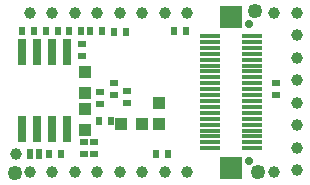
<source format=gbr>
%TF.GenerationSoftware,KiCad,Pcbnew,5.1.0-rc2-unknown-036be7d~80~ubuntu16.04.1*%
%TF.CreationDate,2022-06-01T13:33:31+03:00*%
%TF.ProjectId,Flash-e_Rev_C,466c6173-682d-4655-9f52-65765f432e6b,A*%
%TF.SameCoordinates,Original*%
%TF.FileFunction,Soldermask,Bot*%
%TF.FilePolarity,Negative*%
%FSLAX46Y46*%
G04 Gerber Fmt 4.6, Leading zero omitted, Abs format (unit mm)*
G04 Created by KiCad (PCBNEW 5.1.0-rc2-unknown-036be7d~80~ubuntu16.04.1) date 2022-06-01 13:33:31*
%MOMM*%
%LPD*%
G04 APERTURE LIST*
%ADD10R,1.701600X0.351600*%
%ADD11C,0.701600*%
%ADD12R,1.901600X1.901600*%
%ADD13R,0.701600X2.301600*%
%ADD14C,1.001600*%
%ADD15R,0.609600X0.863600*%
%ADD16R,0.601600X0.651600*%
%ADD17R,0.651600X0.601600*%
%ADD18C,1.254000*%
%ADD19R,1.117600X1.117600*%
G04 APERTURE END LIST*
D10*
%TO.C,Flash_CON1*%
X149330000Y-86690000D03*
X149330000Y-89190000D03*
X149330000Y-89690000D03*
X149330000Y-90190000D03*
X149330000Y-90690000D03*
X149330000Y-93190000D03*
X149330000Y-93690000D03*
X149330000Y-94190000D03*
X149330000Y-94690000D03*
X149330000Y-95190000D03*
X149330000Y-95690000D03*
X149330000Y-96190000D03*
X152930000Y-92190000D03*
X152930000Y-96190000D03*
X152930000Y-91190000D03*
X152930000Y-88690000D03*
X152930000Y-90690000D03*
X152930000Y-89690000D03*
X152930000Y-94190000D03*
D11*
X152630000Y-85640000D03*
D12*
X151130000Y-85040000D03*
D11*
X152630000Y-97240000D03*
D10*
X152930000Y-95190000D03*
X152930000Y-95690000D03*
X152930000Y-91690000D03*
X149330000Y-87190000D03*
X149330000Y-87690000D03*
X149330000Y-88190000D03*
X149330000Y-88690000D03*
X149330000Y-91190000D03*
X149330000Y-91690000D03*
X149330000Y-92190000D03*
X149330000Y-92690000D03*
X152930000Y-89190000D03*
X152930000Y-92690000D03*
X152930000Y-93690000D03*
X152930000Y-93190000D03*
X152930000Y-88190000D03*
X152930000Y-90190000D03*
X152930000Y-87690000D03*
X152930000Y-86690000D03*
D12*
X151130000Y-97840000D03*
D10*
X152930000Y-94690000D03*
X152930000Y-87190000D03*
%TD*%
D13*
%TO.C,U3*%
X137287000Y-88078000D03*
X136017000Y-88078000D03*
X134747000Y-88078000D03*
X133477000Y-88078000D03*
X133477000Y-94548000D03*
X134747000Y-94548000D03*
X136017000Y-94548000D03*
X137287000Y-94548000D03*
%TD*%
D14*
%TO.C,TESTPAD7*%
X156718000Y-88519000D03*
%TD*%
D15*
%TO.C,SPI_WP1*%
X134874000Y-96647000D03*
X134112000Y-96647000D03*
%TD*%
D16*
%TO.C,R4*%
X145796000Y-96647000D03*
X144780000Y-96647000D03*
%TD*%
%TO.C,R7*%
X134493000Y-86233000D03*
X133477000Y-86233000D03*
%TD*%
D17*
%TO.C,R8*%
X139573000Y-96647000D03*
X139573000Y-95631000D03*
%TD*%
%TO.C,R5*%
X142341600Y-91363800D03*
X142341600Y-92379800D03*
%TD*%
%TO.C,R6*%
X140030200Y-91389200D03*
X140030200Y-92405200D03*
%TD*%
D18*
%TO.C,FID3*%
X153162000Y-84582000D03*
%TD*%
%TO.C,FID4*%
X132842000Y-98298000D03*
%TD*%
D19*
%TO.C,C4*%
X141859000Y-94107000D03*
X143637000Y-94107000D03*
%TD*%
%TO.C,C8*%
X138811000Y-94615000D03*
X138811000Y-92837000D03*
%TD*%
D17*
%TO.C,C3*%
X154940000Y-91694000D03*
X154940000Y-90678000D03*
%TD*%
D19*
%TO.C,C5*%
X145034000Y-94107000D03*
X145034000Y-92329000D03*
%TD*%
D17*
%TO.C,C6*%
X141224000Y-90703400D03*
X141224000Y-91719400D03*
%TD*%
D16*
%TO.C,C7*%
X140970000Y-93853000D03*
X139954000Y-93853000D03*
%TD*%
D17*
%TO.C,C9*%
X138557000Y-88392000D03*
X138557000Y-87376000D03*
%TD*%
D19*
%TO.C,C10*%
X138811000Y-89712800D03*
X138811000Y-91490800D03*
%TD*%
D16*
%TO.C,C11*%
X137414000Y-86233000D03*
X138430000Y-86233000D03*
%TD*%
%TO.C,R16*%
X136779000Y-96647000D03*
X135763000Y-96647000D03*
%TD*%
%TO.C,R17*%
X136525000Y-86233000D03*
X135509000Y-86233000D03*
%TD*%
%TO.C,R12*%
X147320000Y-86233000D03*
X146304000Y-86233000D03*
%TD*%
%TO.C,R9*%
X140208000Y-86233000D03*
X139192000Y-86233000D03*
%TD*%
%TO.C,R13*%
X142240000Y-86360000D03*
X141224000Y-86360000D03*
%TD*%
D17*
%TO.C,R14*%
X138684000Y-96647000D03*
X138684000Y-95631000D03*
%TD*%
D18*
%TO.C,FID6*%
X153416000Y-98171000D03*
%TD*%
D14*
%TO.C,TESTPAD1*%
X154813000Y-98171000D03*
%TD*%
%TO.C,TESTPAD2*%
X156718000Y-98044000D03*
%TD*%
%TO.C,TESTPAD3*%
X156718000Y-96139000D03*
%TD*%
%TO.C,TESTPAD4*%
X156718000Y-94234000D03*
%TD*%
%TO.C,TESTPAD5*%
X156718000Y-92329000D03*
%TD*%
%TO.C,TESTPAD6*%
X156718000Y-90424000D03*
%TD*%
%TO.C,TESTPAD8*%
X156718000Y-86614000D03*
%TD*%
%TO.C,TESTPAD9*%
X154813000Y-84709000D03*
%TD*%
%TO.C,TESTPAD10*%
X156718000Y-84709000D03*
%TD*%
%TO.C,TESTPAD11*%
X143637000Y-84709000D03*
%TD*%
%TO.C,TESTPAD12*%
X141732000Y-84709000D03*
%TD*%
%TO.C,TESTPAD13*%
X147447000Y-84709000D03*
%TD*%
%TO.C,TESTPAD14*%
X145542000Y-84709000D03*
%TD*%
%TO.C,TESTPAD15*%
X139827000Y-84709000D03*
%TD*%
%TO.C,TESTPAD16*%
X137922000Y-84709000D03*
%TD*%
%TO.C,TESTPAD17*%
X136017000Y-84709000D03*
%TD*%
%TO.C,TESTPAD18*%
X134112000Y-84709000D03*
%TD*%
%TO.C,TESTPAD19*%
X134112000Y-98171000D03*
%TD*%
%TO.C,TESTPAD20*%
X136017000Y-98171000D03*
%TD*%
%TO.C,TESTPAD21*%
X137922000Y-98171000D03*
%TD*%
%TO.C,TESTPAD22*%
X139827000Y-98171000D03*
%TD*%
%TO.C,TESTPAD23*%
X141732000Y-98171000D03*
%TD*%
%TO.C,TESTPAD24*%
X143637000Y-98171000D03*
%TD*%
%TO.C,TESTPAD25*%
X145542000Y-98171000D03*
%TD*%
%TO.C,TESTPAD26*%
X147447000Y-98171000D03*
%TD*%
%TO.C,TESTPAD27*%
X132969000Y-96647000D03*
%TD*%
M02*

</source>
